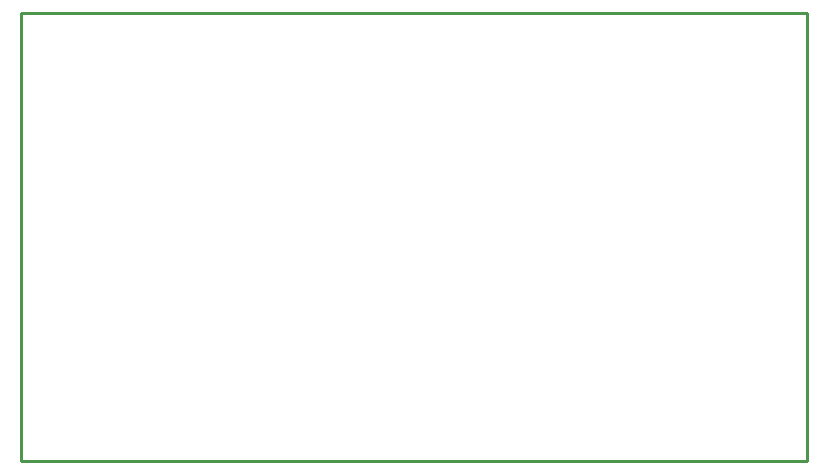
<source format=gko>
G04 Layer: BoardOutline*
G04 EasyEDA v6.4.7, 2020-11-20T18:15:40+05:30*
G04 2bd19a94ae5149c988909f382a05baad,5a8210e43a1b4091af5044d7901ac753,10*
G04 Gerber Generator version 0.2*
G04 Scale: 100 percent, Rotated: No, Reflected: No *
G04 Dimensions in millimeters *
G04 leading zeros omitted , absolute positions ,3 integer and 3 decimal *
%FSLAX33Y33*%
%MOMM*%
G90*
D02*

%ADD10C,0.254000*%
G54D10*
G01X0Y37973D02*
G01X66548Y37973D01*
G01X66548Y0D02*
G01X0Y0D01*
G01X0Y37973D01*
G01X66548Y37973D02*
G01X66548Y0D01*

%LPD*%
M00*
M02*

</source>
